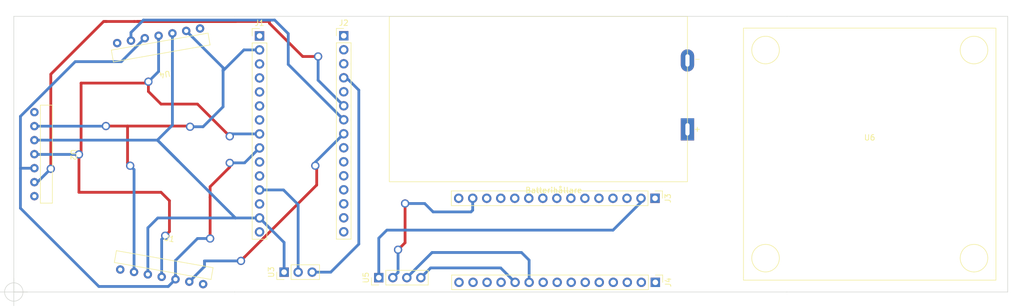
<source format=kicad_pcb>
(kicad_pcb (version 20211014) (generator pcbnew)
  (title_block (date "sam. 04 avril 2015"))
  (layers (0 "F.Cu" signal) (31 "B.Cu" signal) (34 "B.Paste" user) (35 "F.Paste" user) (36 "B.SilkS" user "B.Silkscreen") (37 "F.SilkS" user "F.Silkscreen") (38 "B.Mask" user) (39 "F.Mask" user) (44 "Edge.Cuts" user))
  (net 0 "")
  (net 1 "GND")
  (net 2 "/~{RESET}")
  (net 3 "/*D9")
  (net 4 "/D8")
  (net 5 "/D7")
  (net 6 "/*D6")
  (net 7 "/*D5")
  (net 8 "/D4")
  (net 9 "+5V")
  (net 10 "/A3")
  (net 11 "/A2")
  (net 12 "/A1")
  (net 13 "/A0")
  (net 14 "/AREF")
  (net 15 "/D0{slash}RX")
  (net 16 "/D1{slash}TX")
  (net 17 "/A7")
  (net 18 "/A6")
  (net 19 "/A5{slash}SCL")
  (net 20 "/A4{slash}SDA")
  (net 21 "/D13{slash}SCK")
  (net 22 "/D2")
  (net 23 "/*D3")
  (net 24 "/*D10{slash}SS")
  (net 25 "/*D11{slash}MOSI")
  (net 26 "/D12{slash}MISO")
  (net 27 "+6V")
  (net 28 "+3.3V")
  (footprint "Connector_PinHeader_2.54mm:PinHeader_1x04_P2.54mm_Vertical" (layer "F.Cu") (at 129.1 121.4 90)
    (fp_text reference "U5" (at 0 -2.33 90) (layer "F.SilkS"))
    (fp_text value "Start_module")
    (fp_line (start -1.33 0) (end -1.33 -1.33) (layer "F.SilkS") (width 0.12))
    (fp_line (start -1.33 1.27) (end -1.33 8.95) (layer "F.SilkS") (width 0.12))
    (fp_line (start -1.33 1.27) (end 1.33 1.27) (layer "F.SilkS") (width 0.12))
    (fp_line (start -1.33 8.95) (end 1.33 8.95) (layer "F.SilkS") (width 0.12))
    (fp_line (start 1.33 1.27) (end 1.33 8.95) (layer "F.SilkS") (width 0.12))
    (fp_line (start -1.33 -1.33) (end 0 -1.33) (layer "F.SilkS") (width 0.12))
    (pad "1" thru_hole rect (at 0 0 90) (size 1.7 1.7) (drill 1) (layers *.Cu *.Mask) (net 28 "+3.3V"))
    (pad "2" thru_hole oval (at 0 2.54 90) (size 1.7 1.7) (drill 1) (layers *.Cu *.Mask) (net 1 "GND"))
    (pad "3" thru_hole oval (at 0 5.08 90) (size 1.7 1.7) (drill 1) (layers *.Cu *.Mask) (net 23 "/*D3"))
    (pad "4" thru_hole oval (at 0 7.62 90) (size 1.7 1.7) (drill 1) (layers *.Cu *.Mask) (net 22 "/D2"))
  )
  (footprint "Connector_PinHeader_2.54mm:PinHeader_1x15_P2.54mm_Vertical" (layer "F.Cu") (at 107.5 77.55)
    (fp_text reference "J1" (at 0 -2.33) (layer "F.SilkS"))
    (fp_text value "Conn_01x15")
    (fp_line (start -1.33 0) (end -1.33 -1.33) (layer "F.SilkS") (width 0.12))
    (fp_line (start -1.33 1.27) (end -1.33 36.89) (layer "F.SilkS") (width 0.12))
    (fp_line (start -1.33 36.89) (end 1.33 36.89) (layer "F.SilkS") (width 0.12))
    (fp_line (start -1.33 1.27) (end 1.33 1.27) (layer "F.SilkS") (width 0.12))
    (fp_line (start -1.33 -1.33) (end 0 -1.33) (layer "F.SilkS") (width 0.12))
    (fp_line (start 1.33 1.27) (end 1.33 36.89) (layer "F.SilkS") (width 0.12))
    (pad "1" thru_hole rect (at 0 0) (size 1.7 1.7) (drill 1) (layers *.Cu *.Mask) (net 21 "/D13{slash}SCK"))
    (pad "2" thru_hole oval (at 0 2.54) (size 1.7 1.7) (drill 1) (layers *.Cu *.Mask) (net 28 "+3.3V"))
    (pad "3" thru_hole oval (at 0 5.08) (size 1.7 1.7) (drill 1) (layers *.Cu *.Mask) (net 14 "/AREF"))
    (pad "4" thru_hole oval (at 0 7.62) (size 1.7 1.7) (drill 1) (layers *.Cu *.Mask) (net 13 "/A0"))
    (pad "5" thru_hole oval (at 0 10.16) (size 1.7 1.7) (drill 1) (layers *.Cu *.Mask) (net 12 "/A1"))
    (pad "6" thru_hole oval (at 0 12.7) (size 1.7 1.7) (drill 1) (layers *.Cu *.Mask) (net 11 "/A2"))
    (pad "7" thru_hole oval (at 0 15.24) (size 1.7 1.7) (drill 1) (layers *.Cu *.Mask) (net 10 "/A3"))
    (pad "8" thru_hole oval (at 0 17.78) (size 1.7 1.7) (drill 1) (layers *.Cu *.Mask) (net 20 "/A4{slash}SDA"))
    (pad "9" thru_hole oval (at 0 20.32) (size 1.7 1.7) (drill 1) (layers *.Cu *.Mask) (net 19 "/A5{slash}SCL"))
    (pad "10" thru_hole oval (at 0 22.86) (size 1.7 1.7) (drill 1) (layers *.Cu *.Mask) (net 18 "/A6"))
    (pad "11" thru_hole oval (at 0 25.4) (size 1.7 1.7) (drill 1) (layers *.Cu *.Mask) (net 17 "/A7"))
    (pad "12" thru_hole oval (at 0 27.94) (size 1.7 1.7) (drill 1) (layers *.Cu *.Mask) (net 9 "+5V"))
    (pad "13" thru_hole oval (at 0 30.48) (size 1.7 1.7) (drill 1) (layers *.Cu *.Mask) (net 2 "/~{RESET}"))
    (pad "14" thru_hole oval (at 0 33.02) (size 1.7 1.7) (drill 1) (layers *.Cu *.Mask) (net 1 "GND"))
    (pad "15" thru_hole oval (at 0 35.56) (size 1.7 1.7) (drill 1) (layers *.Cu *.Mask) (net 27 "+6V"))
  )
  (footprint "Death_by_table:VL53L1x" (layer "F.Cu") (at 96.726092 76.200397 -170)
    (fp_text reference "U4" (at 7.725 -7.075 -170 unlocked) (layer "F.SilkS"))
    (fp_text value "VL53L1X")
    (fp_line (start 16.5 -3.25) (end 16.5 -1.075) (layer "F.SilkS") (width 0.12))
    (fp_line (start 16.5 -1.075) (end -1.275 -1.075) (layer "F.SilkS") (width 0.12))
    (fp_line (start -1.275 -1.075) (end -1.275 -3.25) (layer "F.SilkS") (width 0.12))
    (fp_line (start -1.275 -3.25) (end 16.5 -3.25) (layer "F.SilkS") (width 0.12))
    (pad "1" thru_hole circle (at 0 0 190) (size 1.524 1.524) (drill 0.762) (layers *.Cu *.Mask))
    (pad "2" thru_hole circle (at 2.54 0 190) (size 1.524 1.524) (drill 0.762) (layers *.Cu *.Mask) (net 28 "+3.3V"))
    (pad "3" thru_hole circle (at 5.08 0 190) (size 1.524 1.524) (drill 0.762) (layers *.Cu *.Mask) (net 1 "GND"))
    (pad "4" thru_hole circle (at 7.62 0 190) (size 1.524 1.524) (drill 0.762) (layers *.Cu *.Mask) (net 20 "/A4{slash}SDA"))
    (pad "5" thru_hole circle (at 10.16 0 190) (size 1.524 1.524) (drill 0.762) (layers *.Cu *.Mask) (net 19 "/A5{slash}SCL"))
    (pad "6" thru_hole circle (at 12.7 0 190) (size 1.524 1.524) (drill 0.762) (layers *.Cu *.Mask) (net 6 "/*D6"))
    (pad "7" thru_hole circle (at 15.24 0 190) (size 1.524 1.524) (drill 0.762) (layers *.Cu *.Mask))
  )
  (footprint "Death_by_table:VL53L1x" (layer "F.Cu") (at 82.275232 119.927507 -10)
    (fp_text reference "U1" (at 7.725 -7.075 -10 unlocked) (layer "F.SilkS"))
    (fp_text value "VL53L1X")
    (fp_line (start -1.275 -1.075) (end -1.275 -3.25) (layer "F.SilkS") (width 0.12))
    (fp_line (start 16.5 -1.075) (end -1.275 -1.075) (layer "F.SilkS") (width 0.12))
    (fp_line (start 16.5 -3.25) (end 16.5 -1.075) (layer "F.SilkS") (width 0.12))
    (fp_line (start -1.275 -3.25) (end 16.5 -3.25) (layer "F.SilkS") (width 0.12))
    (pad "1" thru_hole circle (at 0 0 350) (size 1.524 1.524) (drill 0.762) (layers *.Cu *.Mask))
    (pad "2" thru_hole circle (at 2.54 0 350) (size 1.524 1.524) (drill 0.762) (layers *.Cu *.Mask) (net 28 "+3.3V"))
    (pad "3" thru_hole circle (at 5.08 0 350) (size 1.524 1.524) (drill 0.762) (layers *.Cu *.Mask) (net 1 "GND"))
    (pad "4" thru_hole circle (at 7.62 0 350) (size 1.524 1.524) (drill 0.762) (layers *.Cu *.Mask) (net 20 "/A4{slash}SDA"))
    (pad "5" thru_hole circle (at 10.16 0 350) (size 1.524 1.524) (drill 0.762) (layers *.Cu *.Mask) (net 19 "/A5{slash}SCL"))
    (pad "6" thru_hole circle (at 12.7 0 350) (size 1.524 1.524) (drill 0.762) (layers *.Cu *.Mask) (net 7 "/*D5"))
    (pad "7" thru_hole circle (at 15.24 0 350) (size 1.524 1.524) (drill 0.762) (layers *.Cu *.Mask))
  )
  (footprint "Connector_PinHeader_2.54mm:PinHeader_1x15_P2.54mm_Vertical" (layer "F.Cu") (at 179.185 122.25 -90)
    (fp_text reference "J4" (at 0 -2.33 90) (layer "F.SilkS"))
    (fp_text value "Conn_01x15")
    (fp_line (start -1.33 0) (end -1.33 -1.33) (layer "F.SilkS") (width 0.12))
    (fp_line (start 1.33 1.27) (end 1.33 36.89) (layer "F.SilkS") (width 0.12))
    (fp_line (start -1.33 1.27) (end -1.33 36.89) (layer "F.SilkS") (width 0.12))
    (fp_line (start -1.33 36.89) (end 1.33 36.89) (layer "F.SilkS") (width 0.12))
    (fp_line (start -1.33 1.27) (end 1.33 1.27) (layer "F.SilkS") (width 0.12))
    (fp_line (start -1.33 -1.33) (end 0 -1.33) (layer "F.SilkS") (width 0.12))
    (pad "1" thru_hole rect (at 0 0 270) (size 1.7 1.7) (drill 1) (layers *.Cu *.Mask) (net 26 "/D12{slash}MISO"))
    (pad "2" thru_hole oval (at 0 2.54 270) (size 1.7 1.7) (drill 1) (layers *.Cu *.Mask) (net 25 "/*D11{slash}MOSI"))
    (pad "3" thru_hole oval (at 0 5.08 270) (size 1.7 1.7) (drill 1) (layers *.Cu *.Mask) (net 24 "/*D10{slash}SS"))
    (pad "4" thru_hole oval (at 0 7.62 270) (size 1.7 1.7) (drill 1) (layers *.Cu *.Mask) (net 3 "/*D9"))
    (pad "5" thru_hole oval (at 0 10.16 270) (size 1.7 1.7) (drill 1) (layers *.Cu *.Mask) (net 4 "/D8"))
    (pad "6" thru_hole oval (at 0 12.7 270) (size 1.7 1.7) (drill 1) (layers *.Cu *.Mask) (net 5 "/D7"))
    (pad "7" thru_hole oval (at 0 15.24 270) (size 1.7 1.7) (drill 1) (layers *.Cu *.Mask) (net 6 "/*D6"))
    (pad "8" thru_hole oval (at 0 17.78 270) (size 1.7 1.7) (drill 1) (layers *.Cu *.Mask) (net 7 "/*D5"))
    (pad "9" thru_hole oval (at 0 20.32 270) (size 1.7 1.7) (drill 1) (layers *.Cu *.Mask) (net 8 "/D4"))
    (pad "10" thru_hole oval (at 0 22.86 270) (size 1.7 1.7) (drill 1) (layers *.Cu *.Mask) (net 23 "/*D3"))
    (pad "11" thru_hole oval (at 0 25.4 270) (size 1.7 1.7) (drill 1) (layers *.Cu *.Mask) (net 22 "/D2"))
    (pad "12" thru_hole oval (at 0 27.94 270) (size 1.7 1.7) (drill 1) (layers *.Cu *.Mask) (net 1 "GND"))
    (pad "13" thru_hole oval (at 0 30.48 270) (size 1.7 1.7) (drill 1) (layers *.Cu *.Mask) (net 2 "/~{RESET}"))
    (pad "14" thru_hole oval (at 0 33.02 270) (size 1.7 1.7) (drill 1) (layers *.Cu *.Mask) (net 15 "/D0{slash}RX"))
    (pad "15" thru_hole oval (at 0 35.56 270) (size 1.7 1.7) (drill 1) (layers *.Cu *.Mask) (net 16 "/D1{slash}TX"))
  )
  (footprint "Egna:Batterihållare_9V_projekt_2" (layer "F.Cu") (at 185 74 180)
    (fp_text reference "Batterihållare" (at 24.225 -31.55) (layer "F.SilkS"))
    (fp_text value "Batterihållare_9V_projekt_2")
    (fp_text user "+" (at -1.778 -20.574 180 unlocked) (layer "F.SilkS"))
    (fp_text user "-" (at -1.778 -7.874 180 unlocked) (layer "F.SilkS") (effects (font (thickness 0.1))))
    (fp_rect (start 0 0) (end 54 -30) (layer "F.SilkS") (width 0.12) (fill none))
    (pad "" np_thru_hole circle (at 15 -27 180) (size 2.3 2.3) (drill 3.25) (layers F&B.Cu *.Mask))
    (pad "" np_thru_hole circle (at 40.5 -3 180) (size 2.3 2.3) (drill 3.25) (layers F&B.Cu *.Mask))
    (pad "" np_thru_hole circle (at 15 -3 180) (size 2.3 2.3) (drill 3.25) (layers F&B.Cu *.Mask))
    (pad "" np_thru_hole circle (at 40.5 -27 180) (size 2.3 2.3) (drill 3.25) (layers F&B.Cu *.Mask))
    (pad "1" thru_hole rect (at 0 -20.5 180) (size 2.41 4.02) (drill oval 0.75 2.25) (layers *.Cu *.Mask))
    (pad "2" thru_hole oval (at 0 -8 180) (size 2.41 4.02) (drill oval 0.75 2.25) (layers *.Cu *.Mask))
  )
  (footprint "Connector_PinHeader_2.54mm:PinHeader_1x15_P2.54mm_Vertical" (layer "F.Cu") (at 122.75 77.525)
    (fp_text reference "J2" (at 0 -2.33) (layer "F.SilkS"))
    (fp_text value "Conn_01x15")
    (fp_line (start -1.33 0) (end -1.33 -1.33) (layer "F.SilkS") (width 0.12))
    (fp_line (start 1.33 1.27) (end 1.33 36.89) (layer "F.SilkS") (width 0.12))
    (fp_line (start -1.33 1.27) (end -1.33 36.89) (layer "F.SilkS") (width 0.12))
    (fp_line (start -1.33 1.27) (end 1.33 1.27) (layer "F.SilkS") (width 0.12))
    (fp_line (start -1.33 36.89) (end 1.33 36.89) (layer "F.SilkS") (width 0.12))
    (fp_line (start -1.33 -1.33) (end 0 -1.33) (layer "F.SilkS") (width 0.12))
    (pad "1" thru_hole rect (at 0 0) (size 1.7 1.7) (drill 1) (layers *.Cu *.Mask) (net 26 "/D12{slash}MISO"))
    (pad "2" thru_hole oval (at 0 2.54) (size 1.7 1.7) (drill 1) (layers *.Cu *.Mask) (net 25 "/*D11{slash}MOSI"))
    (pad "3" thru_hole oval (at 0 5.08) (size 1.7 1.7) (drill 1) (layers *.Cu *.Mask) (net 24 "/*D10{slash}SS"))
    (pad "4" thru_hole oval (at 0 7.62) (size 1.7 1.7) (drill 1) (layers *.Cu *.Mask) (net 3 "/*D9"))
    (pad "5" thru_hole oval (at 0 10.16) (size 1.7 1.7) (drill 1) (layers *.Cu *.Mask) (net 4 "/D8"))
    (pad "6" thru_hole oval (at 0 12.7) (size 1.7 1.7) (drill 1) (layers *.Cu *.Mask) (net 5 "/D7"))
    (pad "7" thru_hole oval (at 0 15.24) (size 1.7 1.7) (drill 1) (layers *.Cu *.Mask) (net 6 "/*D6"))
    (pad "8" thru_hole oval (at 0 17.78) (size 1.7 1.7) (drill 1) (layers *.Cu *.Mask) (net 7 "/*D5"))
    (pad "9" thru_hole oval (at 0 20.32) (size 1.7 1.7) (drill 1) (layers *.Cu *.Mask) (net 8 "/D4"))
    (pad "10" thru_hole oval (at 0 22.86) (size 1.7 1.7) (drill 1) (layers *.Cu *.Mask) (net 23 "/*D3"))
    (pad "11" thru_hole oval (at 0 25.4) (size 1.7 1.7) (drill 1) (layers *.Cu *.Mask) (net 22 "/D2"))
    (pad "12" thru_hole oval (at 0 27.94) (size 1.7 1.7) (drill 1) (layers *.Cu *.Mask) (net 1 "GND"))
    (pad "13" thru_hole oval (at 0 30.48) (size 1.7 1.7) (drill 1) (layers *.Cu *.Mask) (net 2 "/~{RESET}"))
    (pad "14" thru_hole oval (at 0 33.02) (size 1.7 1.7) (drill 1) (layers *.Cu *.Mask) (net 15 "/D0{slash}RX"))
    (pad "15" thru_hole oval (at 0 35.56) (size 1.7 1.7) (drill 1) (layers *.Cu *.Mask) (net 16 "/D1{slash}TX"))
  )
  (footprint "Death_by_table:H-brygga" (layer "F.Cu") (at 195.14 121.86)
    (fp_text reference "U6" (at 22.86 -25.86 unlocked) (layer "F.SilkS"))
    (fp_text value "H-brygga")
    (fp_rect (start 0 0) (end 45.72 -45.72) (layer "F.SilkS") (width 0.12) (fill none))
    (fp_circle (center 4 -4) (end 2.5 -2) (layer "F.SilkS") (width 0.12) (fill none))
    (fp_circle (center 41.75 -4) (end 40.25 -2) (layer "F.SilkS") (width 0.12) (fill none))
    (fp_circle (center 41.75 -41.75) (end 40.25 -39.75) (layer "F.SilkS") (width 0.12) (fill none))
    (fp_circle (center 4 -41.75) (end 2.5 -39.75) (layer "F.SilkS") (width 0.12) (fill none))
    (pad "" np_thru_hole circle (at 4 -4) (size 2.5 2.5) (drill 2.5) (layers F&B.Cu *.Mask))
    (pad "" np_thru_hole circle (at 41.75 -41.75) (size 2.5 2.5) (drill 2.5) (layers F&B.Cu *.Mask))
    (pad "" np_thru_hole circle (at 4 -41.75) (size 2.5 2.5) (drill 2.5) (layers F&B.Cu *.Mask))
    (pad "" np_thru_hole circle (at 41.75 -4) (size 2.5 2.5) (drill 2.5) (layers F&B.Cu *.Mask))
  )
  (footprint "Connector_PinHeader_2.54mm:PinHeader_1x15_P2.54mm_Vertical" (layer "F.Cu") (at 179.125 107 -90)
    (fp_text reference "J3" (at 0 -2.33 90) (layer "F.SilkS"))
    (fp_text value "Conn_01x15")
    (fp_line (start -1.33 0) (end -1.33 -1.33) (layer "F.SilkS") (width 0.12))
    (fp_line (start -1.33 -1.33) (end 0 -1.33) (layer "F.SilkS") (width 0.12))
    (fp_line (start -1.33 1.27) (end 1.33 1.27) (layer "F.SilkS") (width 0.12))
    (fp_line (start -1.33 36.89) (end 1.33 36.89) (layer "F.SilkS") (width 0.12))
    (fp_line (start 1.33 1.27) (end 1.33 36.89) (layer "F.SilkS") (width 0.12))
    (fp_line (start -1.33 1.27) (end -1.33 36.89) (layer "F.SilkS") (width 0.12))
    (pad "1" thru_hole rect (at 0 0 270) (size 1.7 1.7) (drill 1) (layers *.Cu *.Mask) (net 21 "/D13{slash}SCK"))
    (pad "2" thru_hole oval (at 0 2.54 270) (size 1.7 1.7) (drill 1) (layers *.Cu *.Mask) (net 28 "+3.3V"))
    (pad "3" thru_hole oval (at 0 5.08 270) (size 1.7 1.7) (drill 1) (layers *.Cu *.Mask) (net 14 "/AREF"))
    (pad "4" thru_hole oval (at 0 7.62 270) (size 1.7 1.7) (drill 1) (layers *.Cu *.Mask) (net 13 "/A0"))
    (pad "5" thru_hole oval (at 0 10.16 270) (size 1.7 1.7) (drill 1) (layers *.Cu *.Mask) (net 12 "/A1"))
    (pad "6" thru_hole oval (at 0 12.7 270) (size 1.7 1.7) (drill 1) (layers *.Cu *.Mask) (net 11 "/A2"))
    (pad "7" thru_hole oval (at 0 15.24 270) (size 1.7 1.7) (drill 1) (layers *.Cu *.Mask) (net 10 "/A3"))
    (pad "8" thru_hole oval (at 0 17.78 270) (size 1.7 1.7) (drill 1) (layers *.Cu *.Mask) (net 20 "/A4{slash}SDA"))
    (pad "9" thru_hole oval (at 0 20.32 270) (size 1.7 1.7) (drill 1) (layers *.Cu *.Mask) (net 19 "/A5{slash}SCL"))
    (pad "10" thru_hole oval (at 0 22.86 270) (size 1.7 1.7) (drill 1) (layers *.Cu *.Mask) (net 18 "/A6"))
    (pad "11" thru_hole oval (at 0 25.4 270) (size 1.7 1.7) (drill 1) (layers *.Cu *.Mask) (net 17 "/A7"))
    (pad "12" thru_hole oval (at 0 27.94 270) (size 1.7 1.7) (drill 1) (layers *.Cu *.Mask) (net 9 "+5V"))
    (pad "13" thru_hole oval (at 0 30.48 270) (size 1.7 1.7) (drill 1) (layers *.Cu *.Mask) (net 2 "/~{RESET}"))
    (pad "14" thru_hole oval (at 0 33.02 270) (size 1.7 1.7) (drill 1) (layers *.Cu *.Mask) (net 1 "GND"))
    (pad "15" thru_hole oval (at 0 35.56 270) (size 1.7 1.7) (drill 1) (layers *.Cu *.Mask) (net 27 "+6V"))
  )
  (footprint "Connector_PinHeader_2.54mm:PinHeader_1x03_P2.54mm_Vertical" (layer "F.Cu") (at 111.95 120.4 90)
    (fp_text reference "U3" (at 0 -2.33 90) (layer "F.SilkS"))
    (fp_text value "Servo")
    (fp_line (start -1.33 -1.33) (end 0 -1.33) (layer "F.SilkS") (width 0.12))
    (fp_line (start 1.33 1.27) (end 1.33 6.41) (layer "F.SilkS") (width 0.12))
    (fp_line (start -1.33 0) (end -1.33 -1.33) (layer "F.SilkS") (width 0.12))
    (fp_line (start -1.33 1.27) (end 1.33 1.27) (layer "F.SilkS") (width 0.12))
    (fp_line (start -1.33 6.41) (end 1.33 6.41) (layer "F.SilkS") (width 0.12))
    (fp_line (start -1.33 1.27) (end -1.33 6.41) (layer "F.SilkS") (width 0.12))
    (pad "1" thru_hole rect (at 0 0 90) (size 1.7 1.7) (drill 1) (layers *.Cu *.Mask) (net 1 "GND"))
    (pad "2" thru_hole oval (at 0 2.54 90) (size 1.7 1.7) (drill 1) (layers *.Cu *.Mask) (net 9 "+5V"))
    (pad "3" thru_hole oval (at 0 5.08 90) (size 1.7 1.7) (drill 1) (layers *.Cu *.Mask) (net 3 "/*D9"))
  )
  (footprint "Death_by_table:VL53L1x" (layer "F.Cu") (at 66.73 91.38 -90)
    (fp_text reference "U2" (at 7.725 -7.075 -90 unlocked) (layer "F.SilkS"))
    (fp_text value "VL53L1X")
    (fp_line (start -1.275 -3.25) (end 16.5 -3.25) (layer "F.SilkS") (width 0.12))
    (fp_line (start 16.5 -3.25) (end 16.5 -1.075) (layer "F.SilkS") (width 0.12))
    (fp_line (start -1.275 -1.075) (end -1.275 -3.25) (layer "F.SilkS") (width 0.12))
    (fp_line (start 16.5 -1.075) (end -1.275 -1.075) (layer "F.SilkS") (width 0.12))
    (pad "1" thru_hole circle (at 0 0 270) (size 1.524 1.524) (drill 0.762) (layers *.Cu *.Mask))
    (pad "2" thru_hole circle (at 2.54 0 270) (size 1.524 1.524) (drill 0.762) (layers *.Cu *.Mask) (net 28 "+3.3V"))
    (pad "3" thru_hole circle (at 5.08 0 270) (size 1.524 1.524) (drill 0.762) (layers *.Cu *.Mask) (net 1 "GND"))
    (pad "4" thru_hole circle (at 7.62 0 270) (size 1.524 1.524) (drill 0.762) (layers *.Cu *.Mask) (net 20 "/A4{slash}SDA"))
    (pad "5" thru_hole circle (at 10.16 0 270) (size 1.524 1.524) (drill 0.762) (layers *.Cu *.Mask) (net 19 "/A5{slash}SCL"))
    (pad "6" thru_hole circle (at 12.7 0 270) (size 1.524 1.524) (drill 0.762) (layers *.Cu *.Mask) (net 5 "/D7"))
    (pad "7" thru_hole circle (at 15.24 0 270) (size 1.524 1.524) (drill 0.762) (layers *.Cu *.Mask))
  )
  (gr_line (start 63 124) (end 103 124) (layer "Edge.Cuts") (width 0.1))
  (gr_line (start 63 124) (end 63 74) (layer "Edge.Cuts") (width 0.1))
  (gr_line (start 243 124) (end 243 74) (layer "Edge.Cuts") (width 0.1))
  (gr_line (start 203 74) (end 243 74) (layer "Edge.Cuts") (width 0.1))
  (gr_line (start 203 74) (end 103 74) (layer "Edge.Cuts") (width 0.1))
  (gr_line (start 203 124) (end 243 124) (layer "Edge.Cuts") (width 0.1))
  (gr_line (start 203 124) (end 103 124) (layer "Edge.Cuts") (width 0.1))
  (gr_line (start 63 74) (end 103 74) (layer "Edge.Cuts") (width 0.1))
  (target plus (at 63 124) (size 5) (width 0.1) (layer "Edge.Cuts"))
  (segment (start 132.588 116.332) (end 133.858 115.062) (width 0.5) (layer "F.Cu") (net 1))
  (segment (start 131.705 121.4) (end 131.64 121.4) (width 0.25) (layer "F.Cu") (net 1))
  (segment (start 133.858 115.062) (end 133.858 107.95) (width 0.5) (layer "F.Cu") (net 1))
  (via (at 133.858 107.95) (size 1.5) (drill 1) (layers "F.Cu" "B.Cu") (net 1))
  (via (at 132.588 116.332) (size 1.5) (drill 1) (layers "F.Cu" "B.Cu") (net 1))
  (segment (start 145.796 109.474) (end 146.105 109.165) (width 0.5) (layer "B.Cu") (net 1))
  (segment (start 132.588 116.332) (end 132.588 120.452) (width 0.5) (layer "B.Cu") (net 1))
  (segment (start 133.858 107.95) (end 137.414 107.95) (width 0.5) (layer "B.Cu") (net 1))
  (segment (start 138.938 109.474) (end 145.796 109.474) (width 0.5) (layer "B.Cu") (net 1))
  (segment (start 111.95 120.4) (end 111.95 115.02) (width 0.5) (layer "B.Cu") (net 1))
  (segment (start 111.95 115.02) (end 107.5 110.57) (width 0.5) (layer "B.Cu") (net 1))
  (segment (start 103.13 110.57) (end 89.074 110.57) (width 0.5) (layer "B.Cu") (net 1))
  (segment (start 132.588 120.452) (end 131.64 121.4) (width 0.5) (layer "B.Cu") (net 1))
  (segment (start 91.723269 93.736731) (end 91.723269 77.08253) (width 0.5) (layer "B.Cu") (net 1))
  (segment (start 146.105 109.165) (end 146.105 107) (width 0.5) (layer "B.Cu") (net 1))
  (segment (start 89.01 96.45) (end 92.79 100.23) (width 0.5) (layer "B.Cu") (net 1))
  (segment (start 66.74 96.45) (end 89.01 96.45) (width 0.5) (layer "B.Cu") (net 1))
  (segment (start 103.13 110.57) (end 107.5 110.57) (width 0.5) (layer "B.Cu") (net 1))
  (segment (start 89.01 96.45) (end 103.13 110.57) (width 0.5) (layer "B.Cu") (net 1))
  (segment (start 137.414 107.95) (end 138.938 109.474) (width 0.5) (layer "B.Cu") (net 1))
  (segment (start 89.074 110.57) (end 87.278055 112.365945) (width 0.5) (layer "B.Cu") (net 1))
  (segment (start 66.73 96.46) (end 66.74 96.45) (width 0.5) (layer "B.Cu") (net 1))
  (segment (start 87.278055 112.365945) (end 87.278055 120.80964) (width 0.5) (layer "B.Cu") (net 1))
  (segment (start 89.01 96.45) (end 91.723269 93.736731) (width 0.5) (layer "B.Cu") (net 1))
  (segment (start 120.4 120.4) (end 117.03 120.4) (width 0.5) (layer "B.Cu") (net 3))
  (segment (start 125.48 87.38) (end 125.48 115.32) (width 0.5) (layer "B.Cu") (net 3))
  (segment (start 123.245 85.145) (end 125.48 87.38) (width 0.5) (layer "B.Cu") (net 3))
  (segment (start 122.75 85.145) (end 123.245 85.145) (width 0.5) (layer "B.Cu") (net 3))
  (segment (start 122.745 85.15) (end 122.75 85.145) (width 0.5) (layer "B.Cu") (net 3))
  (segment (start 120.4 120.4) (end 125.48 115.32) (width 0.5) (layer "B.Cu") (net 3))
  (segment (start 85.41 74.93) (end 84.836 74.93) (width 0.5) (layer "F.Cu") (net 5))
  (segment (start 118.11 81.28) (end 115.316 81.28) (width 0.5) (layer "F.Cu") (net 5))
  (segment (start 103.25 74.93) (end 85.41 74.93) (width 0.5) (layer "F.Cu") (net 5))
  (segment (start 84.836 74.93) (end 79.524 74.93) (width 0.5) (layer "F.Cu") (net 5))
  (segment (start 79.27 74.93) (end 69.7 84.5) (width 0.5) (layer "F.Cu") (net 5))
  (segment (start 109.286 74.93) (end 85.41 74.93) (width 0.5) (layer "F.Cu") (net 5))
  (segment (start 79.756 74.93) (end 79.27 74.93) (width 0.5) (layer "F.Cu") (net 5))
  (segment (start 109.286 75.25) (end 115.316 81.28) (width 0.5) (layer "F.Cu") (net 5))
  (segment (start 109.286 74.93) (end 109.286 75.25) (width 0.5) (layer "F.Cu") (net 5))
  (segment (start 69.7 84.5) (end 69.7 101.65) (width 0.5) (layer "F.Cu") (net 5))
  (via (at 118.11 81.28) (size 1.5) (drill 1) (layers "F.Cu" "B.Cu") (net 5))
  (via (at 69.7 101.65) (size 1.5) (drill 1) (layers "F.Cu" "B.Cu") (net 5))
  (segment (start 69.7 101.65) (end 67.27 104.08) (width 0.5) (layer "B.Cu") (net 5))
  (segment (start 67.27 104.08) (end 66.73 104.08) (width 0.25) (layer "B.Cu") (net 5))
  (segment (start 118.11 85.585) (end 122.75 90.225) (width 0.5) (layer "B.Cu") (net 5))
  (segment (start 118.11 81.28) (end 118.11 85.585) (width 0.5) (layer "B.Cu") (net 5))
  (segment (start 110.236 74.676) (end 86.474 74.676) (width 0.5) (layer "B.Cu") (net 6))
  (segment (start 112.7 77.14) (end 110.236 74.676) (width 0.5) (layer "B.Cu") (net 6))
  (segment (start 84.219034 76.930966) (end 84.219034 78.405729) (width 0.5) (layer "B.Cu") (net 6))
  (segment (start 112.7 82.715) (end 112.7 77.14) (width 0.5) (layer "B.Cu") (net 6))
  (segment (start 86.474 74.676) (end 84.219034 76.930966) (width 0.5) (layer "B.Cu") (net 6))
  (segment (start 122.75 92.765) (end 112.7 82.715) (width 0.5) (layer "B.Cu") (net 6))
  (segment (start 104.14 118.308478) (end 104.14 118.364) (width 0.5) (layer "F.Cu") (net 7))
  (segment (start 117.78 104.668478) (end 117.856 104.592478) (width 0.5) (layer "F.Cu") (net 7))
  (segment (start 104.747239 117.701239) (end 117.78 104.668478) (width 0.5) (layer "F.Cu") (net 7))
  (segment (start 117.856 101.346) (end 117.602 101.092) (width 0.5) (layer "F.Cu") (net 7))
  (segment (start 117.856 104.592478) (end 117.856 101.6) (width 0.5) (layer "F.Cu") (net 7))
  (segment (start 117.856 101.6) (end 117.856 101.346) (width 0.5) (layer "F.Cu") (net 7))
  (segment (start 104.747239 117.701239) (end 104.14 118.308478) (width 0.5) (layer "F.Cu") (net 7))
  (via (at 117.602 101.092) (size 1.5) (drill 1) (layers "F.Cu" "B.Cu") (net 7))
  (via (at 104.14 118.364) (size 1.5) (drill 1) (layers "F.Cu" "B.Cu") (net 7))
  (segment (start 97.536 118.364) (end 97.536 119.379129) (width 0.5) (layer "B.Cu") (net 7))
  (segment (start 97.536 119.379129) (end 94.78229 122.132839) (width 0.5) (layer "B.Cu") (net 7))
  (segment (start 117.602 101.092) (end 117.602 100.453) (width 0.5) (layer "B.Cu") (net 7))
  (segment (start 117.602 100.453) (end 122.75 95.305) (width 0.5) (layer "B.Cu") (net 7))
  (segment (start 104.14 118.364) (end 97.536 118.364) (width 0.5) (layer "B.Cu") (net 7))
  (segment (start 114.49 108.14) (end 111.84 105.49) (width 0.5) (layer "B.Cu") (net 9))
  (segment (start 114.49 120.4) (end 114.49 108.14) (width 0.5) (layer "B.Cu") (net 9))
  (segment (start 111.84 105.49) (end 107.5 105.49) (width 0.5) (layer "B.Cu") (net 9))
  (segment (start 98.552 113.284) (end 98.552 114.3) (width 0.5) (layer "F.Cu") (net 19))
  (segment (start 98.552 104.902) (end 101.854 101.6) (width 0.5) (layer "F.Cu") (net 19))
  (segment (start 102.108 101.346) (end 102.108 100.584) (width 0.5) (layer "F.Cu") (net 19))
  (segment (start 98.552 106.818) (end 98.552 104.902) (width 0.5) (layer "F.Cu") (net 19))
  (segment (start 101.854 101.6) (end 102.108 101.346) (width 0.5) (layer "F.Cu") (net 19))
  (segment (start 98.552 106.818) (end 98.552 113.284) (width 0.5) (layer "F.Cu") (net 19))
  (via (at 98.552 114.3) (size 1.5) (drill 1) (layers "F.Cu" "B.Cu") (net 19))
  (via (at 102.108 100.584) (size 1.5) (drill 1) (layers "F.Cu" "B.Cu") (net 19))
  (segment (start 74.12 82.22) (end 82.465107 82.22) (width 0.5) (layer "B.Cu") (net 19))
  (segment (start 96.266 114.3) (end 92.280879 118.285121) (width 0.5) (layer "B.Cu") (net 19))
  (segment (start 66.72 101.55) (end 66.73 101.54) (width 0.25) (layer "B.Cu") (net 19))
  (segment (start 102.108 100.584) (end 104.786 100.584) (width 0.5) (layer "B.Cu") (net 19))
  (segment (start 78.4 123) (end 64.2 108.8) (width 0.5) (layer "B.Cu") (net 19))
  (segment (start 64.2 92.14) (end 74.12 82.22) (width 0.5) (layer "B.Cu") (net 19))
  (segment (start 82.465107 82.22) (end 86.720445 77.964662) (width 0.5) (layer "B.Cu") (net 19))
  (segment (start 64.2 101.55) (end 66.72 101.55) (width 0.5) (layer "B.Cu") (net 19))
  (segment (start 92.280879 118.285121) (end 92.280879 121.691772) (width 0.5) (layer "B.Cu") (net 19))
  (segment (start 104.786 100.584) (end 107.5 97.87) (width 0.5) (layer "B.Cu") (net 19))
  (segment (start 90.972651 123) (end 78.4 123) (width 0.5) (layer "B.Cu") (net 19))
  (segment (start 64.2 101.55) (end 64.2 92.14) (width 0.5) (layer "B.Cu") (net 19))
  (segment (start 64.2 108.8) (end 64.2 101.55) (width 0.5) (layer "B.Cu") (net 19))
  (segment (start 92.280879 121.691772) (end 90.972651 123) (width 0.5) (layer "B.Cu") (net 19))
  (segment (start 98.552 114.3) (end 96.266 114.3) (width 0.5) (layer "B.Cu") (net 19))
  (segment (start 74.8 105.918) (end 89.662 105.918) (width 0.5) (layer "F.Cu") (net 20))
  (segment (start 89.662 89.916) (end 96.266 89.916) (width 0.5) (layer "F.Cu") (net 20))
  (segment (start 75.184 86.106) (end 87.122 86.106) (width 0.5) (layer "F.Cu") (net 20))
  (segment (start 75.184 98.666) (end 75.184 86.106) (width 0.5) (layer "F.Cu") (net 20))
  (segment (start 87.376 87.63) (end 87.376 85.852) (width 0.5) (layer "F.Cu") (net 20))
  (segment (start 91.186 113.03) (end 90.424 113.792) (width 0.5) (layer "F.Cu") (net 20))
  (segment (start 89.662 105.918) (end 91.186 107.442) (width 0.5) (layer "F.Cu") (net 20))
  (segment (start 91.186 107.442) (end 91.186 113.03) (width 0.5) (layer "F.Cu") (net 20))
  (segment (start 89.221857 77.523596) (end 89.100404 77.523596) (width 0.5) (layer "F.Cu") (net 20))
  (segment (start 87.376 87.63) (end 89.662 89.916) (width 0.5) (layer "F.Cu") (net 20))
  (segment (start 96.266 89.916) (end 102.108 95.758) (width 0.5) (layer "F.Cu") (net 20))
  (segment (start 74.8 99.05) (end 75.184 98.666) (width 0.5) (layer "F.Cu") (net 20))
  (segment (start 87.122 86.106) (end 87.376 85.852) (width 0.5) (layer "F.Cu") (net 20))
  (segment (start 74.8 99.05) (end 74.8 105.918) (width 0.5) (layer "F.Cu") (net 20))
  (via (at 74.8 99.05) (size 1.5) (drill 1) (layers "F.Cu" "B.Cu") (net 20))
  (via (at 90.424 113.792) (size 1.5) (drill 1) (layers "F.Cu" "B.Cu") (net 20))
  (via (at 102.108 95.758) (size 1.5) (drill 1) (layers "F.Cu" "B.Cu") (net 20))
  (via (at 87.376 85.852) (size 1.5) (drill 1) (layers "F.Cu" "B.Cu") (net 20))
  (segment (start 102.536 95.33) (end 107.5 95.33) (width 0.5) (layer "B.Cu") (net 20))
  (segment (start 66.78 99.05) (end 66.73 99) (width 0.25) (layer "B.Cu") (net 20))
  (segment (start 89.221857 84.006143) (end 89.221857 77.523596) (width 0.5) (layer "B.Cu") (net 20))
  (segment (start 90.424 113.792) (end 89.779467 114.436533) (width 0.5) (layer "B.Cu") (net 20))
  (segment (start 74.8 99.05) (end 66.78 99.05) (width 0.5) (layer "B.Cu") (net 20))
  (segment (start 87.376 85.852) (end 89.221857 84.006143) (width 0.5) (layer "B.Cu") (net 20))
  (segment (start 89.779467 114.436533) (end 89.779467 121.250706) (width 0.5) (layer "B.Cu") (net 20))
  (segment (start 102.108 95.758) (end 102.536 95.33) (width 0.5) (layer "B.Cu") (net 20))
  (segment (start 138.486 119.634) (end 136.72 121.4) (width 0.5) (layer "B.Cu") (net 22))
  (segment (start 136.72 121.08) (end 136.72 121.4) (width 0.25) (layer "B.Cu") (net 22))
  (segment (start 151.169 119.634) (end 138.486 119.634) (width 0.5) (layer "B.Cu") (net 22))
  (segment (start 153.785 122.25) (end 151.169 119.634) (width 0.5) (layer "B.Cu") (net 22))
  (segment (start 154.94 116.84) (end 156.325 118.225) (width 0.5) (layer "B.Cu") (net 23))
  (segment (start 156.325 118.225) (end 156.325 122.25) (width 0.5) (layer "B.Cu") (net 23))
  (segment (start 134.18 121.4) (end 138.74 116.84) (width 0.5) (layer "B.Cu") (net 23))
  (segment (start 138.74 116.84) (end 154.94 116.84) (width 0.5) (layer "B.Cu") (net 23))
  (segment (start 79.68 93.9) (end 83.6 93.9) (width 0.5) (layer "F.Cu") (net 28))
  (segment (start 84.074 101.092) (end 83.6 100.618) (width 0.5) (layer "F.Cu") (net 28))
  (segment (start 83.6 100.618) (end 83.6 93.9) (width 0.5) (layer "F.Cu") (net 28))
  (segment (start 94.793872 93.9) (end 83.6 93.9) (width 0.5) (layer "F.Cu") (net 28))
  (segment (start 94.92 94.026128) (end 94.793872 93.9) (width 0.5) (layer "F.Cu") (net 28))
  (via (at 84.074 101.092) (size 1.5) (drill 1) (layers "F.Cu" "B.Cu") (net 28))
  (via (at 94.92 94.026128) (size 1.5) (drill 1) (layers "F.Cu" "B.Cu") (net 28))
  (via (at 79.68 93.9) (size 1.5) (drill 1) (layers "F.Cu" "B.Cu") (net 28))
  (segment (start 129.1 114.232) (end 129.1 121.4) (width 0.5) (layer "B.Cu") (net 28))
  (segment (start 79.66 93.92) (end 66.73 93.92) (width 0.5) (layer "B.Cu") (net 28))
  (segment (start 84.074 101.092) (end 84.776644 101.794644) (width 0.5) (layer "B.Cu") (net 28))
  (segment (start 100.9 83.316783) (end 94.22468 76.641463) (width 0.5) (layer "B.Cu") (net 28))
  (segment (start 176.585 107) (end 176.585 107.715) (width 0.5) (layer "B.Cu") (net 28))
  (segment (start 176.585 107.715) (end 171.524 112.776) (width 0.5) (layer "B.Cu") (net 28))
  (segment (start 100.9 90.4) (end 100.9 83.86) (width 0.5) (layer "B.Cu") (net 28))
  (segment (start 100.9 83.86) (end 100.9 83.316783) (width 0.5) (layer "B.Cu") (net 28))
  (segment (start 107.5 80.09) (end 104.67 80.09) (width 0.5) (layer "B.Cu") (net 28))
  (segment (start 104.67 80.09) (end 100.9 83.86) (width 0.5) (layer "B.Cu") (net 28))
  (segment (start 94.92 94.026128) (end 97.273872 94.026128) (width 0.5) (layer "B.Cu") (net 28))
  (segment (start 97.273872 94.026128) (end 100.9 90.4) (width 0.5) (layer "B.Cu") (net 28))
  (segment (start 130.556 112.776) (end 129.1 114.232) (width 0.5) (layer "B.Cu") (net 28))
  (segment (start 84.776644 101.794644) (end 84.776644 120.368573) (width 0.5) (layer "B.Cu") (net 28))
  (segment (start 171.524 112.776) (end 130.692 112.776) (width 0.5) (layer "B.Cu") (net 28))
  (segment (start 79.68 93.9) (end 79.66 93.92) (width 0.5) (layer "B.Cu") (net 28))
)
</source>
